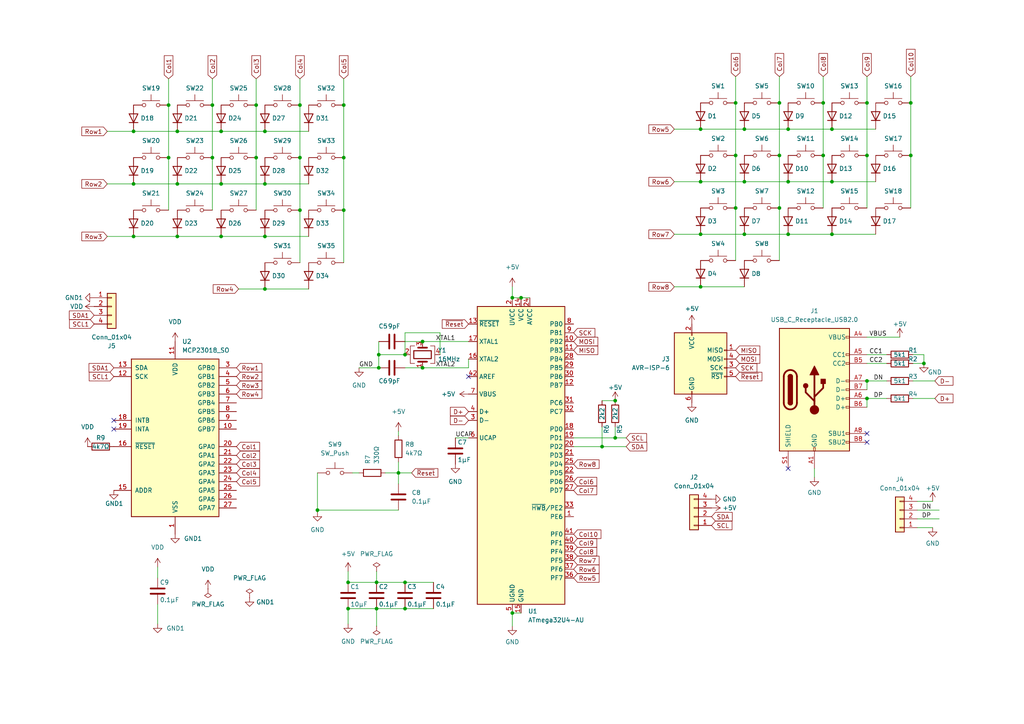
<source format=kicad_sch>
(kicad_sch (version 20211123) (generator eeschema)
  (paper "A4")
  (junction (at 228.6 37.465))
  (junction (at 48.895 45.72))
  (junction (at 92.075 147.955))
  (junction (at 267.97 105.41))
  (junction (at 51.435 38.1))
  (junction (at 178.435 116.205))
  (junction (at 109.855 106.68))
  (junction (at 76.835 83.82))
  (junction (at 61.595 45.72))
  (junction (at 109.22 168.91))
  (junction (at 148.59 86.36))
  (junction (at 264.16 45.085))
  (junction (at 122.555 99.06))
  (junction (at 117.475 176.53))
  (junction (at 38.735 53.34))
  (junction (at 76.835 38.1))
  (junction (at 51.435 68.58))
  (junction (at 203.2 83.185))
  (junction (at 148.59 177.8))
  (junction (at 99.695 60.96))
  (junction (at 117.475 102.87))
  (junction (at 51.435 53.34))
  (junction (at 226.06 45.085))
  (junction (at 241.3 37.465))
  (junction (at 151.13 86.36))
  (junction (at 117.475 168.91))
  (junction (at 241.3 67.945))
  (junction (at 203.2 37.465))
  (junction (at 61.595 30.48))
  (junction (at 76.835 68.58))
  (junction (at 228.6 67.945))
  (junction (at 74.295 45.72))
  (junction (at 86.995 45.72))
  (junction (at 213.36 29.845))
  (junction (at 48.895 30.48))
  (junction (at 251.46 29.845))
  (junction (at 122.555 106.68))
  (junction (at 100.965 168.91))
  (junction (at 38.735 38.1))
  (junction (at 226.06 29.845))
  (junction (at 238.76 29.845))
  (junction (at 178.435 127))
  (junction (at 203.2 67.945))
  (junction (at 64.135 68.58))
  (junction (at 215.9 37.465))
  (junction (at 264.16 29.845))
  (junction (at 74.295 30.48))
  (junction (at 251.46 110.49))
  (junction (at 38.735 68.58))
  (junction (at 86.995 30.48))
  (junction (at 215.9 67.945))
  (junction (at 251.46 115.57))
  (junction (at 251.46 45.085))
  (junction (at 215.9 52.705))
  (junction (at 226.06 60.325))
  (junction (at 228.6 52.705))
  (junction (at 213.36 60.325))
  (junction (at 100.965 176.53))
  (junction (at 86.995 60.96))
  (junction (at 76.835 53.34))
  (junction (at 109.855 102.87))
  (junction (at 64.135 53.34))
  (junction (at 99.695 45.72))
  (junction (at 203.2 52.705))
  (junction (at 109.22 176.53))
  (junction (at 64.135 38.1))
  (junction (at 213.36 45.085))
  (junction (at 238.76 45.085))
  (junction (at 174.625 129.54))
  (junction (at 241.3 52.705))
  (junction (at 99.695 30.48))
  (junction (at 115.57 137.16))
  (no_connect (at 228.6 135.89))
  (no_connect (at 33.02 124.46))
  (no_connect (at 33.02 121.92))
  (no_connect (at 251.46 125.73))
  (no_connect (at 251.46 128.27))
  (no_connect (at 135.89 109.22))
  (wire (pts (xy 109.22 168.91) (xy 117.475 168.91)))
  (wire (pts (xy 174.625 116.205) (xy 178.435 116.205)))
  (wire (pts (xy 109.22 165.735) (xy 109.22 168.91)))
  (wire (pts (xy 51.435 68.58) (xy 64.135 68.58)))
  (wire (pts (xy 151.13 86.36) (xy 153.67 86.36)))
  (wire (pts (xy 195.58 67.945) (xy 203.2 67.945)))
  (wire (pts (xy 251.46 22.225) (xy 251.46 29.845)))
  (wire (pts (xy 31.115 68.58) (xy 38.735 68.58)))
  (wire (pts (xy 226.06 29.845) (xy 226.06 45.085)))
  (wire (pts (xy 86.995 30.48) (xy 86.995 45.72)))
  (wire (pts (xy 64.135 53.34) (xy 76.835 53.34)))
  (wire (pts (xy 99.695 45.72) (xy 99.695 60.96)))
  (wire (pts (xy 228.6 67.945) (xy 241.3 67.945)))
  (wire (pts (xy 45.72 175.26) (xy 45.72 180.975)))
  (wire (pts (xy 61.595 22.86) (xy 61.595 30.48)))
  (wire (pts (xy 115.57 125.095) (xy 115.57 126.365)))
  (wire (pts (xy 102.235 137.16) (xy 104.14 137.16)))
  (wire (pts (xy 213.36 22.225) (xy 213.36 29.845)))
  (wire (pts (xy 178.435 123.825) (xy 178.435 127)))
  (wire (pts (xy 64.135 68.58) (xy 76.835 68.58)))
  (wire (pts (xy 266.065 145.415) (xy 270.51 145.415)))
  (wire (pts (xy 251.46 29.845) (xy 251.46 45.085)))
  (wire (pts (xy 117.475 168.91) (xy 125.73 168.91)))
  (wire (pts (xy 174.625 123.825) (xy 174.625 129.54)))
  (wire (pts (xy 127.635 96.52) (xy 127.635 102.87)))
  (wire (pts (xy 213.36 45.085) (xy 213.36 60.325)))
  (wire (pts (xy 109.855 102.87) (xy 109.855 106.68)))
  (wire (pts (xy 228.6 37.465) (xy 241.3 37.465)))
  (wire (pts (xy 213.36 29.845) (xy 213.36 45.085)))
  (wire (pts (xy 264.16 45.085) (xy 264.16 60.325)))
  (wire (pts (xy 48.895 45.72) (xy 48.895 60.96)))
  (wire (pts (xy 251.46 45.085) (xy 251.46 60.325)))
  (wire (pts (xy 92.075 147.955) (xy 92.075 137.16)))
  (wire (pts (xy 74.295 45.72) (xy 74.295 60.96)))
  (wire (pts (xy 226.06 22.225) (xy 226.06 29.845)))
  (wire (pts (xy 117.475 99.06) (xy 122.555 99.06)))
  (wire (pts (xy 264.16 29.845) (xy 264.16 45.085)))
  (wire (pts (xy 195.58 37.465) (xy 203.2 37.465)))
  (wire (pts (xy 117.475 176.53) (xy 125.73 176.53)))
  (wire (pts (xy 76.835 83.82) (xy 89.535 83.82)))
  (wire (pts (xy 109.855 102.87) (xy 117.475 102.87)))
  (wire (pts (xy 100.965 180.975) (xy 100.965 176.53)))
  (wire (pts (xy 238.76 29.845) (xy 238.76 45.085)))
  (wire (pts (xy 178.435 127) (xy 181.61 127)))
  (wire (pts (xy 251.46 110.49) (xy 257.175 110.49)))
  (wire (pts (xy 69.215 83.82) (xy 76.835 83.82)))
  (wire (pts (xy 215.9 37.465) (xy 228.6 37.465)))
  (wire (pts (xy 174.625 129.54) (xy 181.61 129.54)))
  (wire (pts (xy 132.08 127) (xy 135.89 127)))
  (wire (pts (xy 195.58 83.185) (xy 203.2 83.185)))
  (wire (pts (xy 203.2 37.465) (xy 215.9 37.465)))
  (wire (pts (xy 251.46 102.87) (xy 257.175 102.87)))
  (wire (pts (xy 117.475 96.52) (xy 127.635 96.52)))
  (wire (pts (xy 257.175 105.41) (xy 251.46 105.41)))
  (wire (pts (xy 215.9 67.945) (xy 228.6 67.945)))
  (wire (pts (xy 48.895 22.86) (xy 48.895 30.48)))
  (wire (pts (xy 122.555 106.68) (xy 135.89 106.68)))
  (wire (pts (xy 264.795 102.87) (xy 267.97 102.87)))
  (wire (pts (xy 264.16 22.225) (xy 264.16 29.845)))
  (wire (pts (xy 117.475 106.68) (xy 122.555 106.68)))
  (wire (pts (xy 241.3 37.465) (xy 254 37.465)))
  (wire (pts (xy 203.2 83.185) (xy 215.9 83.185)))
  (wire (pts (xy 236.22 138.43) (xy 236.22 135.89)))
  (wire (pts (xy 213.36 60.325) (xy 213.36 75.565)))
  (wire (pts (xy 148.59 177.8) (xy 151.13 177.8)))
  (wire (pts (xy 74.295 22.86) (xy 74.295 30.48)))
  (wire (pts (xy 135.89 106.68) (xy 135.89 104.14)))
  (wire (pts (xy 264.795 105.41) (xy 267.97 105.41)))
  (wire (pts (xy 100.965 176.53) (xy 109.22 176.53)))
  (wire (pts (xy 31.115 53.34) (xy 38.735 53.34)))
  (wire (pts (xy 51.435 38.1) (xy 64.135 38.1)))
  (wire (pts (xy 48.895 30.48) (xy 48.895 45.72)))
  (wire (pts (xy 45.72 164.465) (xy 45.72 167.64)))
  (wire (pts (xy 148.59 83.185) (xy 148.59 86.36)))
  (wire (pts (xy 203.2 52.705) (xy 215.9 52.705)))
  (wire (pts (xy 122.555 99.06) (xy 135.89 99.06)))
  (wire (pts (xy 251.46 115.57) (xy 251.46 118.11)))
  (wire (pts (xy 226.06 60.325) (xy 226.06 75.565)))
  (wire (pts (xy 241.3 67.945) (xy 254 67.945)))
  (wire (pts (xy 99.695 30.48) (xy 99.695 45.72)))
  (wire (pts (xy 109.855 99.06) (xy 109.855 102.87)))
  (wire (pts (xy 86.995 45.72) (xy 86.995 60.96)))
  (wire (pts (xy 99.695 60.96) (xy 99.695 76.2)))
  (wire (pts (xy 111.76 137.16) (xy 115.57 137.16)))
  (wire (pts (xy 115.57 137.16) (xy 115.57 140.335)))
  (wire (pts (xy 266.065 147.955) (xy 272.415 147.955)))
  (wire (pts (xy 31.115 38.1) (xy 38.735 38.1)))
  (wire (pts (xy 92.075 148.59) (xy 92.075 147.955)))
  (wire (pts (xy 86.995 60.96) (xy 86.995 76.2)))
  (wire (pts (xy 166.37 129.54) (xy 174.625 129.54)))
  (wire (pts (xy 148.59 86.36) (xy 151.13 86.36)))
  (wire (pts (xy 266.065 153.035) (xy 270.51 153.035)))
  (wire (pts (xy 271.145 115.57) (xy 264.795 115.57)))
  (wire (pts (xy 203.2 67.945) (xy 215.9 67.945)))
  (wire (pts (xy 166.37 127) (xy 178.435 127)))
  (wire (pts (xy 195.58 52.705) (xy 203.2 52.705)))
  (wire (pts (xy 61.595 30.48) (xy 61.595 45.72)))
  (wire (pts (xy 100.965 165.735) (xy 100.965 168.91)))
  (wire (pts (xy 251.46 115.57) (xy 257.175 115.57)))
  (wire (pts (xy 260.985 97.79) (xy 251.46 97.79)))
  (wire (pts (xy 148.59 177.8) (xy 148.59 181.61)))
  (wire (pts (xy 251.46 110.49) (xy 251.46 113.03)))
  (wire (pts (xy 104.14 106.68) (xy 109.855 106.68)))
  (wire (pts (xy 109.22 176.53) (xy 117.475 176.53)))
  (wire (pts (xy 271.145 110.49) (xy 264.795 110.49)))
  (wire (pts (xy 76.835 68.58) (xy 89.535 68.58)))
  (wire (pts (xy 226.06 45.085) (xy 226.06 60.325)))
  (wire (pts (xy 86.995 22.86) (xy 86.995 30.48)))
  (wire (pts (xy 64.135 38.1) (xy 76.835 38.1)))
  (wire (pts (xy 92.075 147.955) (xy 115.57 147.955)))
  (wire (pts (xy 38.735 68.58) (xy 51.435 68.58)))
  (wire (pts (xy 74.295 30.48) (xy 74.295 45.72)))
  (wire (pts (xy 266.065 150.495) (xy 272.415 150.495)))
  (wire (pts (xy 238.76 22.225) (xy 238.76 29.845)))
  (wire (pts (xy 61.595 45.72) (xy 61.595 60.96)))
  (wire (pts (xy 51.435 53.34) (xy 64.135 53.34)))
  (wire (pts (xy 238.76 45.085) (xy 238.76 60.325)))
  (wire (pts (xy 115.57 133.985) (xy 115.57 137.16)))
  (wire (pts (xy 76.835 53.34) (xy 89.535 53.34)))
  (wire (pts (xy 38.735 38.1) (xy 51.435 38.1)))
  (wire (pts (xy 115.57 137.16) (xy 119.38 137.16)))
  (wire (pts (xy 99.695 22.86) (xy 99.695 30.48)))
  (wire (pts (xy 100.965 168.91) (xy 109.22 168.91)))
  (wire (pts (xy 109.22 176.53) (xy 109.22 181.61)))
  (wire (pts (xy 228.6 52.705) (xy 241.3 52.705)))
  (wire (pts (xy 215.9 52.705) (xy 228.6 52.705)))
  (wire (pts (xy 241.3 52.705) (xy 254 52.705)))
  (wire (pts (xy 117.475 96.52) (xy 117.475 102.87)))
  (wire (pts (xy 267.97 102.87) (xy 267.97 105.41)))
  (wire (pts (xy 38.735 53.34) (xy 51.435 53.34)))
  (wire (pts (xy 76.835 38.1) (xy 89.535 38.1)))
  (label "UCAP" (at 132.08 127 0))
  (label "DP" (at 267.335 150.495 0))
  (label "DN" (at 253.365 110.49 0))
  (label "XTAL1" (at 126.365 99.06 0))
  (label "CC1" (at 252.095 102.87 0))
  (label "DN" (at 267.335 147.955 0))
  (label "VBUS" (at 252.095 97.79 0))
  (label "CC2" (at 252.095 105.41 0))
  (label "DP" (at 253.365 115.57 0))
  (label "XTAL2" (at 126.365 106.68 0))
  (label "GND" (at 104.14 106.68 0))
  (global_label "Col9" (shape input) (at 251.46 22.225 90) (property "Intersheet References" "${INTERSHEET_REFS}" (effects hide)))
  (global_label "D+" (shape input) (at 135.89 119.38 180) (property "Intersheet References" "${INTERSHEET_REFS}" (effects hide)))
  (global_label "Row4" (shape input) (at 68.58 114.3 0) (property "Intersheet References" "${INTERSHEET_REFS}" (effects hide)))
  (global_label "Col4" (shape input) (at 86.995 22.86 90) (property "Intersheet References" "${INTERSHEET_REFS}" (effects hide)))
  (global_label "MISO" (shape input) (at 166.37 101.6 0) (property "Intersheet References" "${INTERSHEET_REFS}" (effects hide)))
  (global_label "Col9" (shape input) (at 166.37 157.48 0) (property "Intersheet References" "${INTERSHEET_REFS}" (effects hide)))
  (global_label "Row1" (shape input) (at 31.115 38.1 180) (property "Intersheet References" "${INTERSHEET_REFS}" (effects hide)))
  (global_label "SDA1" (shape input) (at 33.02 106.68 180) (property "Intersheet References" "${INTERSHEET_REFS}" (effects hide)))
  (global_label "Col2" (shape input) (at 68.58 132.08 0) (property "Intersheet References" "${INTERSHEET_REFS}" (effects hide)))
  (global_label "~{Reset}" (shape input) (at 135.89 93.98 180) (property "Intersheet References" "${INTERSHEET_REFS}" (effects hide)))
  (global_label "Col3" (shape input) (at 68.58 134.62 0) (property "Intersheet References" "${INTERSHEET_REFS}" (effects hide)))
  (global_label "Col3" (shape input) (at 74.295 22.86 90) (property "Intersheet References" "${INTERSHEET_REFS}" (effects hide)))
  (global_label "~{Reset}" (shape input) (at 213.36 109.22 0) (property "Intersheet References" "${INTERSHEET_REFS}" (effects hide)))
  (global_label "SCK" (shape input) (at 166.37 96.52 0) (property "Intersheet References" "${INTERSHEET_REFS}" (effects hide)))
  (global_label "Col5" (shape input) (at 99.695 22.86 90) (property "Intersheet References" "${INTERSHEET_REFS}" (effects hide)))
  (global_label "SCL" (shape input) (at 181.61 127 0) (property "Intersheet References" "${INTERSHEET_REFS}" (effects hide)))
  (global_label "SCK" (shape input) (at 213.36 106.68 0) (property "Intersheet References" "${INTERSHEET_REFS}" (effects hide)))
  (global_label "Row4" (shape input) (at 69.215 83.82 180) (property "Intersheet References" "${INTERSHEET_REFS}" (effects hide)))
  (global_label "Row7" (shape input) (at 166.37 162.56 0) (property "Intersheet References" "${INTERSHEET_REFS}" (effects hide)))
  (global_label "Row5" (shape input) (at 195.58 37.465 180) (property "Intersheet References" "${INTERSHEET_REFS}" (effects hide)))
  (global_label "SDA" (shape input) (at 181.61 129.54 0) (property "Intersheet References" "${INTERSHEET_REFS}" (effects hide)))
  (global_label "Col10" (shape input) (at 264.16 22.225 90) (property "Intersheet References" "${INTERSHEET_REFS}" (effects hide)))
  (global_label "MISO" (shape input) (at 213.36 101.6 0) (property "Intersheet References" "${INTERSHEET_REFS}" (effects hide)))
  (global_label "SCL1" (shape input) (at 27.305 93.98 180) (property "Intersheet References" "${INTERSHEET_REFS}" (effects hide)))
  (global_label "Row2" (shape input) (at 31.115 53.34 180) (property "Intersheet References" "${INTERSHEET_REFS}" (effects hide)))
  (global_label "Row1" (shape input) (at 68.58 106.68 0) (property "Intersheet References" "${INTERSHEET_REFS}" (effects hide)))
  (global_label "Row5" (shape input) (at 166.37 167.64 0) (property "Intersheet References" "${INTERSHEET_REFS}" (effects hide)))
  (global_label "Col7" (shape input) (at 166.37 142.24 0) (property "Intersheet References" "${INTERSHEET_REFS}" (effects hide)))
  (global_label "D-" (shape input) (at 271.145 110.49 0) (property "Intersheet References" "${INTERSHEET_REFS}" (effects hide)))
  (global_label "Row6" (shape input) (at 166.37 165.1 0) (property "Intersheet References" "${INTERSHEET_REFS}" (effects hide)))
  (global_label "Row8" (shape input) (at 195.58 83.185 180) (property "Intersheet References" "${INTERSHEET_REFS}" (effects hide)))
  (global_label "SCL1" (shape input) (at 33.02 109.22 180) (property "Intersheet References" "${INTERSHEET_REFS}" (effects hide)))
  (global_label "~{Reset}" (shape input) (at 119.38 137.16 0) (property "Intersheet References" "${INTERSHEET_REFS}" (effects hide)))
  (global_label "Row2" (shape input) (at 68.58 109.22 0) (property "Intersheet References" "${INTERSHEET_REFS}" (effects hide)))
  (global_label "MOSI" (shape input) (at 166.37 99.06 0) (property "Intersheet References" "${INTERSHEET_REFS}" (effects hide)))
  (global_label "Col1" (shape input) (at 68.58 129.54 0) (property "Intersheet References" "${INTERSHEET_REFS}" (effects hide)))
  (global_label "Col2" (shape input) (at 61.595 22.86 90) (property "Intersheet References" "${INTERSHEET_REFS}" (effects hide)))
  (global_label "D-" (shape input) (at 135.89 121.92 180) (property "Intersheet References" "${INTERSHEET_REFS}" (effects hide)))
  (global_label "Row7" (shape input) (at 195.58 67.945 180) (property "Intersheet References" "${INTERSHEET_REFS}" (effects hide)))
  (global_label "Col8" (shape input) (at 166.37 160.02 0) (property "Intersheet References" "${INTERSHEET_REFS}" (effects hide)))
  (global_label "Col6" (shape input) (at 166.37 139.7 0) (property "Intersheet References" "${INTERSHEET_REFS}" (effects hide)))
  (global_label "Row8" (shape input) (at 166.37 134.62 0) (property "Intersheet References" "${INTERSHEET_REFS}" (effects hide)))
  (global_label "Col8" (shape input) (at 238.76 22.225 90) (property "Intersheet References" "${INTERSHEET_REFS}" (effects hide)))
  (global_label "Col5" (shape input) (at 68.58 139.7 0) (property "Intersheet References" "${INTERSHEET_REFS}" (effects hide)))
  (global_label "Col6" (shape input) (at 213.36 22.225 90) (property "Intersheet References" "${INTERSHEET_REFS}" (effects hide)))
  (global_label "D+" (shape input) (at 271.145 115.57 0) (property "Intersheet References" "${INTERSHEET_REFS}" (effects hide)))
  (global_label "Col7" (shape input) (at 226.06 22.225 90) (property "Intersheet References" "${INTERSHEET_REFS}" (effects hide)))
  (global_label "Col10" (shape input) (at 166.37 154.94 0) (property "Intersheet References" "${INTERSHEET_REFS}" (effects hide)))
  (global_label "Row3" (shape input) (at 68.58 111.76 0) (property "Intersheet References" "${INTERSHEET_REFS}" (effects hide)))
  (global_label "Col1" (shape input) (at 48.895 22.86 90) (property "Intersheet References" "${INTERSHEET_REFS}" (effects hide)))
  (global_label "SDA1" (shape input) (at 27.305 91.44 180) (property "Intersheet References" "${INTERSHEET_REFS}" (effects hide)))
  (global_label "Row6" (shape input) (at 195.58 52.705 180) (property "Intersheet References" "${INTERSHEET_REFS}" (effects hide)))
  (global_label "SCL" (shape input) (at 206.375 152.4 0) (property "Intersheet References" "${INTERSHEET_REFS}" (effects hide)))
  (global_label "Col4" (shape input) (at 68.58 137.16 0) (property "Intersheet References" "${INTERSHEET_REFS}" (effects hide)))
  (global_label "Row3" (shape input) (at 31.115 68.58 180) (property "Intersheet References" "${INTERSHEET_REFS}" (effects hide)))
  (global_label "MOSI" (shape input) (at 213.36 104.14 0) (property "Intersheet References" "${INTERSHEET_REFS}" (effects hide)))
  (global_label "SDA" (shape input) (at 206.375 149.86 0) (property "Intersheet References" "${INTERSHEET_REFS}" (effects hide)))
  (symbol (lib_id "Device:D") (at 38.735 34.29 90) (unit 1)
    (property "Reference" "D18" (at 40.767 34.29 90) (effects (justify right)))
    (property "Value" "1N4148" (effects hide))
    (property "Footprint" "Keyboard_Foostan:D3_SMD_v2" (effects hide))
    (property "Datasheet" "https://datasheet.lcsc.com/lcsc/1811061725_ST-Semtech-1N4148W_C81598.pdf" (effects hide))
    (property "LCSC" "C81598" (effects hide))
  )
  (symbol (lib_id "Device:D") (at 215.9 64.135 90) (unit 1)
    (property "Reference" "D7" (at 217.932 64.135 90) (effects (justify right)))
    (property "Value" "1N4148" (effects hide))
    (property "Footprint" "Keyboard_Foostan:D3_SMD_v2" (effects hide))
    (property "LCSC" "C81598" (effects hide))
  )
  (symbol (lib_id "power:GND") (at 100.965 180.975 0) (unit 1)
    (property "Reference" "#PWR02" (effects hide))
    (property "Value" "GND" (at 100.965 186.055 0))
  )
  (symbol (lib_id "Switch:SW_Push") (at 81.915 30.48 0) (unit 1)
    (property "Reference" "SW28" (at 81.915 25.5778 0))
    (property "Value" "SW_Push" (effects hide))
    (property "Footprint" "Keyboard_JSA:MX_Hotswap_Choc_Solder" (effects hide))
  )
  (symbol (lib_id "Switch:SW_Push") (at 94.615 76.2 0) (unit 1)
    (property "Reference" "SW35" (at 94.615 71.2978 0))
    (property "Value" "SW_Push" (effects hide))
    (property "Footprint" "Keyboard_JSA:MX_Hotswap_Choc_Solder" (effects hide))
  )
  (symbol (lib_id "Device:R") (at 178.435 120.015 180) (unit 1)
    (property "Reference" "R6" (at 175.895 124.46 90))
    (property "Value" "2k2" (at 178.435 120.015 90))
    (property "Footprint" "Resistor_SMD:R_0402_1005Metric_Pad0.72x0.64mm_HandSolder" (effects hide))
  )
  (symbol (lib_id "Switch:SW_Push") (at 94.615 60.96 0) (unit 1)
    (property "Reference" "SW34" (at 94.615 56.0578 0))
    (property "Value" "SW_Push" (effects hide))
    (property "Footprint" "Keyboard_JSA:MX_Hotswap_Choc_Solder" (effects hide))
  )
  (symbol (lib_id "power:+5V") (at 135.89 114.3 90) (unit 1)
    (property "Reference" "#PWR08" (effects hide))
    (property "Value" "+5V" (at 132.08 114.2999 90) (effects (justify left)))
  )
  (symbol (lib_id "Device:R") (at 260.985 115.57 90) (unit 1)
    (property "Reference" "R4" (at 264.795 114.3 90))
    (property "Value" "5k1" (at 260.985 115.57 90))
    (property "Footprint" "Resistor_SMD:R_0402_1005Metric_Pad0.72x0.64mm_HandSolder" (effects hide))
  )
  (symbol (lib_id "Switch:SW_Push") (at 208.28 60.325 0) (unit 1)
    (property "Reference" "SW3" (at 208.28 55.4228 0))
    (property "Value" "SW_Push" (effects hide))
    (property "Footprint" "Keyboard_JSA:MX_Hotswap_Choc_Solder" (effects hide))
  )
  (symbol (lib_id "Switch:SW_Push") (at 246.38 29.845 0) (unit 1)
    (property "Reference" "SW13" (at 246.38 24.9428 0))
    (property "Value" "SW_Push" (effects hide))
    (property "Footprint" "Keyboard_JSA:MX_Hotswap_Choc_Solder" (effects hide))
  )
  (symbol (lib_id "Switch:SW_Push") (at 94.615 45.72 0) (unit 1)
    (property "Reference" "SW33" (at 94.615 40.8178 0))
    (property "Value" "SW_Push" (effects hide))
    (property "Footprint" "Keyboard_JSA:MX_Hotswap_Choc_Solder" (effects hide))
  )
  (symbol (lib_id "Switch:SW_Push") (at 81.915 60.96 0) (unit 1)
    (property "Reference" "SW30" (at 81.915 56.0578 0))
    (property "Value" "SW_Push" (effects hide))
    (property "Footprint" "Keyboard_JSA:MX_Hotswap_Choc_Solder" (effects hide))
  )
  (symbol (lib_id "Device:D") (at 64.135 49.53 90) (unit 1)
    (property "Reference" "D25" (at 66.167 49.53 90) (effects (justify right)))
    (property "Value" "1N4148" (effects hide))
    (property "Footprint" "Keyboard_Foostan:D3_SMD_v2" (effects hide))
    (property "LCSC" "C81598" (effects hide))
  )
  (symbol (lib_id "Switch:SW_Push") (at 233.68 45.085 0) (unit 1)
    (property "Reference" "SW11" (at 233.68 40.1828 0))
    (property "Value" "SW_Push" (effects hide))
    (property "Footprint" "Keyboard_JSA:MX_Hotswap_Choc_Solder" (effects hide))
  )
  (symbol (lib_id "power:GND") (at 267.97 105.41 0) (unit 1)
    (property "Reference" "#PWR06" (effects hide))
    (property "Value" "GND" (at 271.145 107.95 0))
  )
  (symbol (lib_id "Switch:SW_Push") (at 56.515 60.96 0) (unit 1)
    (property "Reference" "SW24" (at 56.515 56.0578 0))
    (property "Value" "SW_Push" (effects hide))
    (property "Footprint" "Keyboard_JSA:MX_Hotswap_Choc_Solder" (effects hide))
  )
  (symbol (lib_id "Connector_Generic:Conn_01x04") (at 201.295 149.86 180) (unit 1)
    (property "Reference" "J2" (at 201.295 138.43 0))
    (property "Value" "Conn_01x04" (at 201.295 140.97 0))
    (property "Footprint" "Connector_JST:JST_PH_S4B-PH-K_1x04_P2.00mm_Horizontal" (effects hide))
    (property "Datasheet" "https://datasheet.lcsc.com/lcsc/1810261108_JST-Sales-America-S4B-PH-K-LF-SN_C265452.pdf" (effects hide))
    (property "LCSC" "C265452" (effects hide))
  )
  (symbol (lib_id "Device:D") (at 241.3 48.895 90) (unit 1)
    (property "Reference" "D13" (at 243.332 48.895 90) (effects (justify right)))
    (property "Value" "1N4148" (effects hide))
    (property "Footprint" "Keyboard_Foostan:D3_SMD_v2" (effects hide))
    (property "LCSC" "C81598" (effects hide))
  )
  (symbol (lib_id "Device:D") (at 51.435 64.77 90) (unit 1)
    (property "Reference" "D23" (at 53.467 64.77 90) (effects (justify right)))
    (property "Value" "1N4148" (effects hide))
    (property "Footprint" "Keyboard_Foostan:D3_SMD_v2" (effects hide))
    (property "LCSC" "C81598" (effects hide))
  )
  (symbol (lib_id "Connector_Generic:Conn_01x04") (at 260.985 150.495 180) (unit 1)
    (property "Reference" "J4" (at 260.985 139.065 0))
    (property "Value" "Conn_01x04" (at 260.985 141.605 0))
    (property "Footprint" "Keyboard_JSA:USB wire pad" (effects hide))
  )
  (symbol (lib_id "Device:D") (at 203.2 33.655 90) (unit 1)
    (property "Reference" "D1" (at 205.232 33.655 90) (effects (justify right)))
    (property "Value" "1N4148" (effects hide))
    (property "Footprint" "Keyboard_Foostan:D3_SMD_v2" (effects hide))
    (property "Datasheet" "https://datasheet.lcsc.com/lcsc/1811061725_ST-Semtech-1N4148W_C81598.pdf" (effects hide))
    (property "LCSC" "C81598" (effects hide))
  )
  (symbol (lib_id "power:VDD") (at 25.4 129.54 0) (unit 1)
    (property "Reference" "#PWR0104" (effects hide))
    (property "Value" "VDD" (at 25.4 123.825 0))
  )
  (symbol (lib_id "Device:D") (at 76.835 34.29 90) (unit 1)
    (property "Reference" "D27" (at 78.867 34.29 90) (effects (justify right)))
    (property "Value" "1N4148" (effects hide))
    (property "Footprint" "Keyboard_Foostan:D3_SMD_v2" (effects hide))
    (property "LCSC" "C81598" (effects hide))
  )
  (symbol (lib_id "Device:C") (at 109.22 172.72 0) (unit 1)
    (property "Reference" "C2" (at 109.855 170.18 0) (effects (justify left)))
    (property "Value" "0.1µF" (at 109.855 175.26 0) (effects (justify left)))
    (property "Footprint" "Capacitor_SMD:C_0402_1005Metric_Pad0.74x0.62mm_HandSolder" (effects hide))
  )
  (symbol (lib_id "Device:D") (at 203.2 48.895 90) (unit 1)
    (property "Reference" "D2" (at 205.232 48.895 90) (effects (justify right)))
    (property "Value" "1N4148" (effects hide))
    (property "Footprint" "Keyboard_Foostan:D3_SMD_v2" (effects hide))
    (property "LCSC" "C81598" (effects hide))
  )
  (symbol (lib_id "Switch:SW_Push") (at 259.08 45.085 0) (unit 1)
    (property "Reference" "SW17" (at 259.08 40.1828 0))
    (property "Value" "SW_Push" (effects hide))
    (property "Footprint" "Keyboard_JSA:MX_Hotswap_Choc_Solder" (effects hide))
  )
  (symbol (lib_id "power:+5V") (at 260.985 97.79 0) (unit 1)
    (property "Reference" "#PWR05" (effects hide))
    (property "Value" "+5V" (at 260.985 93.98 0))
  )
  (symbol (lib_id "Device:D") (at 76.835 80.01 90) (unit 1)
    (property "Reference" "D30" (at 78.867 80.01 90) (effects (justify right)))
    (property "Value" "1N4148" (effects hide))
    (property "Footprint" "Keyboard_Foostan:D3_SMD_v2" (effects hide))
    (property "LCSC" "C81598" (effects hide))
  )
  (symbol (lib_id "power:+5V") (at 100.965 165.735 0) (unit 1)
    (property "Reference" "#PWR01" (effects hide))
    (property "Value" "+5V" (at 100.965 160.655 0))
  )
  (symbol (lib_id "Switch:SW_Push") (at 246.38 60.325 0) (unit 1)
    (property "Reference" "SW15" (at 246.38 55.4228 0))
    (property "Value" "SW_Push" (effects hide))
    (property "Footprint" "Keyboard_JSA:MX_Hotswap_Choc_Solder" (effects hide))
  )
  (symbol (lib_id "Device:R") (at 260.985 102.87 90) (unit 1)
    (property "Reference" "R1" (at 264.795 101.6 90))
    (property "Value" "5k1" (at 260.985 102.87 90))
    (property "Footprint" "Resistor_SMD:R_0402_1005Metric_Pad0.72x0.64mm_HandSolder" (effects hide))
  )
  (symbol (lib_id "Connector:USB_C_Receptacle_USB2.0") (at 236.22 113.03 0) (unit 1)
    (property "Reference" "J1" (at 236.22 90.17 0))
    (property "Value" "USB_C_Receptacle_USB2.0" (at 236.22 92.71 0))
    (property "Footprint" "Connector_USB:USB_C_Receptacle_HRO_TYPE-C-31-M-12" (effects hide))
    (property "Datasheet" "https://www.usb.org/sites/default/files/documents/usb_type-c.zip" (effects hide))
    (property "LCSC" "C165948" (effects hide))
  )
  (symbol (lib_id "power:PWR_FLAG") (at 109.22 181.61 180) (unit 1)
    (property "Reference" "#FLG02" (effects hide))
    (property "Value" "PWR_FLAG" (at 109.22 186.055 0))
  )
  (symbol (lib_id "Device:D") (at 89.535 34.29 90) (unit 1)
    (property "Reference" "D31" (at 91.567 34.29 90) (effects (justify right)))
    (property "Value" "1N4148" (effects hide))
    (property "Footprint" "Keyboard_Foostan:D3_SMD_v2" (effects hide))
    (property "LCSC" "C81598" (effects hide))
  )
  (symbol (lib_id "Switch:SW_Push") (at 43.815 45.72 0) (unit 1)
    (property "Reference" "SW20" (at 43.815 40.8178 0))
    (property "Value" "SW_Push" (effects hide))
    (property "Footprint" "Keyboard_JSA:MX_Hotswap_Choc_Solder" (effects hide))
  )
  (symbol (lib_id "Switch:SW_Push") (at 81.915 76.2 0) (unit 1)
    (property "Reference" "SW31" (at 81.915 71.2978 0))
    (property "Value" "SW_Push" (effects hide))
    (property "Footprint" "Keyboard_JSA:MX_Hotswap_Choc_Solder" (effects hide))
  )
  (symbol (lib_id "Switch:SW_Push") (at 220.98 29.845 0) (unit 1)
    (property "Reference" "SW5" (at 220.98 24.9428 0))
    (property "Value" "SW_Push" (effects hide))
    (property "Footprint" "Keyboard_JSA:MX_Hotswap_Choc_Solder" (effects hide))
  )
  (symbol (lib_id "Switch:SW_Push") (at 246.38 45.085 0) (unit 1)
    (property "Reference" "SW14" (at 246.38 40.1828 0))
    (property "Value" "SW_Push" (effects hide))
    (property "Footprint" "Keyboard_JSA:MX_Hotswap_Choc_Solder" (effects hide))
  )
  (symbol (lib_id "Switch:SW_Push") (at 69.215 45.72 0) (unit 1)
    (property "Reference" "SW26" (at 69.215 40.8178 0))
    (property "Value" "SW_Push" (effects hide))
    (property "Footprint" "Keyboard_JSA:MX_Hotswap_Choc_Solder" (effects hide))
  )
  (symbol (lib_id "Switch:SW_Push") (at 97.155 137.16 0) (unit 1)
    (property "Reference" "SW9" (at 97.155 128.905 0))
    (property "Value" "SW_Push" (at 97.155 131.445 0))
    (property "Footprint" "Button_Switch_SMD:SW_SPST_SKQG_WithStem" (effects hide))
  )
  (symbol (lib_id "power:GND") (at 206.375 144.78 90) (unit 1)
    (property "Reference" "#PWR015" (effects hide))
    (property "Value" "GND" (at 209.55 144.7799 90) (effects (justify right)))
  )
  (symbol (lib_id "Device:D") (at 215.9 48.895 90) (unit 1)
    (property "Reference" "D6" (at 217.932 48.895 90) (effects (justify right)))
    (property "Value" "1N4148" (effects hide))
    (property "Footprint" "Keyboard_Foostan:D3_SMD_v2" (effects hide))
    (property "LCSC" "C81598" (effects hide))
  )
  (symbol (lib_id "Switch:SW_Push") (at 56.515 30.48 0) (unit 1)
    (property "Reference" "SW22" (at 56.515 25.5778 0))
    (property "Value" "SW_Push" (effects hide))
    (property "Footprint" "Keyboard_JSA:MX_Hotswap_Choc_Solder" (effects hide))
  )
  (symbol (lib_id "power:GND1") (at 72.39 173.355 0) (unit 1)
    (property "Reference" "#PWR0109" (effects hide))
    (property "Value" "GND1" (at 74.295 174.6249 0) (effects (justify left)))
  )
  (symbol (lib_id "power:VDD") (at 45.72 164.465 0) (unit 1)
    (property "Reference" "#PWR0110" (effects hide))
    (property "Value" "VDD" (at 45.72 158.75 0))
  )
  (symbol (lib_id "Switch:SW_Push") (at 94.615 30.48 0) (unit 1)
    (property "Reference" "SW32" (at 94.615 25.5778 0))
    (property "Value" "SW_Push" (effects hide))
    (property "Footprint" "Keyboard_JSA:MX_Hotswap_Choc_Solder" (effects hide))
  )
  (symbol (lib_id "Switch:SW_Push") (at 220.98 75.565 0) (unit 1)
    (property "Reference" "SW8" (at 220.98 70.6628 0))
    (property "Value" "SW_Push" (effects hide))
    (property "Footprint" "Keyboard_JSA:MX_Hotswap_Choc_Solder" (effects hide))
  )
  (symbol (lib_id "power:VDD") (at 50.8 99.06 0) (unit 1)
    (property "Reference" "#PWR0103" (effects hide))
    (property "Value" "VDD" (at 50.8 93.345 0))
  )
  (symbol (lib_id "Device:D") (at 89.535 80.01 90) (unit 1)
    (property "Reference" "D34" (at 91.567 80.01 90) (effects (justify right)))
    (property "Value" "1N4148" (effects hide))
    (property "Footprint" "Keyboard_Foostan:D3_SMD_v2" (effects hide))
    (property "LCSC" "C81598" (effects hide))
  )
  (symbol (lib_id "Connector:AVR-ISP-6") (at 203.2 106.68 0) (unit 1)
    (property "Reference" "J3" (at 194.31 104.1399 0) (effects (justify right)))
    (property "Value" "AVR-ISP-6" (at 194.31 106.6799 0) (effects (justify right)))
    (property "Footprint" "Connector_PinHeader_2.54mm:PinHeader_2x03_P2.54mm_Vertical" (effects hide))
    (property "Datasheet" " ~" (effects hide))
  )
  (symbol (lib_id "power:GND") (at 148.59 181.61 0) (unit 1)
    (property "Reference" "#PWR010" (effects hide))
    (property "Value" "GND" (at 148.59 186.182 0))
  )
  (symbol (lib_id "Device:R") (at 29.21 129.54 90) (unit 1)
    (property "Reference" "R9" (at 29.21 127 90))
    (property "Value" "4k7Ω" (at 29.21 129.54 90))
    (property "Footprint" "Resistor_SMD:R_0402_1005Metric_Pad0.72x0.64mm_HandSolder" (effects hide))
  )
  (symbol (lib_id "power:+5V") (at 270.51 145.415 0) (unit 1)
    (property "Reference" "#PWR0102" (effects hide))
    (property "Value" "+5V" (at 270.51 141.605 0))
  )
  (symbol (lib_id "MCU_Microchip_ATmega:ATmega32U4-A") (at 151.13 132.08 0) (unit 1)
    (property "Reference" "U1" (at 153.1494 177.292 0) (effects (justify left)))
    (property "Value" "ATmega32U4-AU" (at 153.1494 179.832 0) (effects (justify left)))
    (property "Footprint" "Package_QFP:TQFP-44_10x10mm_P0.8mm" (effects hide))
    (property "Datasheet" "http://ww1.microchip.com/downloads/en/DeviceDoc/Atmel-7766-8-bit-AVR-ATmega16U4-32U4_Datasheet.pdf" (effects hide))
  )
  (symbol (lib_id "Switch:SW_Push") (at 208.28 29.845 0) (unit 1)
    (property "Reference" "SW1" (at 208.28 24.9428 0))
    (property "Value" "SW_Push" (effects hide))
    (property "Footprint" "Keyboard_JSA:MX_Hotswap_Choc_Solder" (effects hide))
  )
  (symbol (lib_id "power:+5V") (at 206.375 147.32 270) (unit 1)
    (property "Reference" "#PWR016" (effects hide))
    (property "Value" "+5V" (at 209.55 147.3199 90) (effects (justify left)))
  )
  (symbol (lib_id "Switch:SW_Push") (at 43.815 60.96 0) (unit 1)
    (property "Reference" "SW21" (at 43.815 56.0578 0))
    (property "Value" "SW_Push" (effects hide))
    (property "Footprint" "Keyboard_JSA:MX_Hotswap_Choc_Solder" (effects hide))
  )
  (symbol (lib_id "Switch:SW_Push") (at 208.28 45.085 0) (unit 1)
    (property "Reference" "SW2" (at 208.28 40.1828 0))
    (property "Value" "SW_Push" (effects hide))
    (property "Footprint" "Keyboard_JSA:MX_Hotswap_Choc_Solder" (effects hide))
  )
  (symbol (lib_id "power:PWR_FLAG") (at 60.325 170.815 180) (unit 1)
    (property "Reference" "#FLG0101" (effects hide))
    (property "Value" "PWR_FLAG" (at 60.325 175.26 0))
  )
  (symbol (lib_id "power:+5V") (at 200.66 93.98 0) (unit 1)
    (property "Reference" "#PWR013" (effects hide))
    (property "Value" "+5V" (at 200.66 89.535 0))
  )
  (symbol (lib_id "Device:C") (at 100.965 172.72 0) (unit 1)
    (property "Reference" "C1" (at 101.6 170.18 0) (effects (justify left)))
    (property "Value" "10µF" (at 101.6 175.26 0) (effects (justify left)))
    (property "Footprint" "Capacitor_SMD:C_0603_1608Metric_Pad1.08x0.95mm_HandSolder" (effects hide))
  )
  (symbol (lib_id "power:PWR_FLAG") (at 72.39 173.355 0) (unit 1)
    (property "Reference" "#FLG0102" (effects hide))
    (property "Value" "PWR_FLAG" (at 72.39 167.64 0))
  )
  (symbol (lib_id "Device:C") (at 113.665 106.68 90) (unit 1)
    (property "Reference" "C6" (at 111.125 110.49 90))
    (property "Value" "9pF" (at 114.3 110.49 90))
    (property "Footprint" "Capacitor_SMD:C_0402_1005Metric_Pad0.74x0.62mm_HandSolder" (effects hide))
  )
  (symbol (lib_id "Device:Crystal_GND24") (at 122.555 102.87 90) (unit 1)
    (property "Reference" "Y1" (at 127 101.5999 90) (effects (justify right)))
    (property "Value" "16MHz" (at 127 104.1399 90) (effects (justify right)))
    (property "Footprint" "Crystal:Crystal_SMD_3225-4Pin_3.2x2.5mm" (effects hide))
    (property "LCSC" "C13738" (effects hide))
  )
  (symbol (lib_id "Device:D") (at 228.6 64.135 90) (unit 1)
    (property "Reference" "D11" (at 230.632 64.135 90) (effects (justify right)))
    (property "Value" "1N4148" (effects hide))
    (property "Footprint" "Keyboard_Foostan:D3_SMD_v2" (effects hide))
    (property "LCSC" "C81598" (effects hide))
  )
  (symbol (lib_id "Device:D") (at 254 48.895 90) (unit 1)
    (property "Reference" "D16" (at 256.032 48.895 90) (effects (justify right)))
    (property "Value" "1N4148" (effects hide))
    (property "Footprint" "Keyboard_Foostan:D3_SMD_v2" (effects hide))
    (property "LCSC" "C81598" (effects hide))
  )
  (symbol (lib_id "Device:D") (at 89.535 64.77 90) (unit 1)
    (property "Reference" "D33" (at 91.567 64.77 90) (effects (justify right)))
    (property "Value" "1N4148" (effects hide))
    (property "Footprint" "Keyboard_Foostan:D3_SMD_v2" (effects hide))
    (property "LCSC" "C81598" (effects hide))
  )
  (symbol (lib_id "Device:C") (at 132.08 130.81 0) (unit 1)
    (property "Reference" "C7" (at 132.715 128.27 0) (effects (justify left)))
    (property "Value" "1µF" (at 132.715 133.35 0) (effects (justify left)))
    (property "Footprint" "Capacitor_SMD:C_0402_1005Metric_Pad0.74x0.62mm_HandSolder" (effects hide))
  )
  (symbol (lib_id "Switch:SW_Push") (at 233.68 29.845 0) (unit 1)
    (property "Reference" "SW10" (at 233.68 24.9428 0))
    (property "Value" "SW_Push" (effects hide))
    (property "Footprint" "Keyboard_JSA:MX_Hotswap_Choc_Solder" (effects hide))
  )
  (symbol (lib_id "Device:D") (at 228.6 48.895 90) (unit 1)
    (property "Reference" "D10" (at 230.632 48.895 90) (effects (justify right)))
    (property "Value" "1N4148" (effects hide))
    (property "Footprint" "Keyboard_Foostan:D3_SMD_v2" (effects hide))
    (property "LCSC" "C81598" (effects hide))
  )
  (symbol (lib_id "Device:D") (at 38.735 49.53 90) (unit 1)
    (property "Reference" "D19" (at 40.767 49.53 90) (effects (justify right)))
    (property "Value" "1N4148" (effects hide))
    (property "Footprint" "Keyboard_Foostan:D3_SMD_v2" (effects hide))
    (property "LCSC" "C81598" (effects hide))
  )
  (symbol (lib_id "Switch:SW_Push") (at 220.98 60.325 0) (unit 1)
    (property "Reference" "SW7" (at 220.98 55.4228 0))
    (property "Value" "SW_Push" (effects hide))
    (property "Footprint" "Keyboard_JSA:MX_Hotswap_Choc_Solder" (effects hide))
  )
  (symbol (lib_id "Device:D") (at 64.135 34.29 90) (unit 1)
    (property "Reference" "D24" (at 66.167 34.29 90) (effects (justify right)))
    (property "Value" "1N4148" (effects hide))
    (property "Footprint" "Keyboard_Foostan:D3_SMD_v2" (effects hide))
    (property "LCSC" "C81598" (effects hide))
  )
  (symbol (lib_id "Switch:SW_Push") (at 56.515 45.72 0) (unit 1)
    (property "Reference" "SW23" (at 56.515 40.8178 0))
    (property "Value" "SW_Push" (effects hide))
    (property "Footprint" "Keyboard_JSA:MX_Hotswap_Choc_Solder" (effects hide))
  )
  (symbol (lib_id "Device:D") (at 51.435 49.53 90) (unit 1)
    (property "Reference" "D22" (at 53.467 49.53 90) (effects (justify right)))
    (property "Value" "1N4148" (effects hide))
    (property "Footprint" "Keyboard_Foostan:D3_SMD_v2" (effects hide))
    (property "LCSC" "C81598" (effects hide))
  )
  (symbol (lib_id "Device:R") (at 107.95 137.16 90) (unit 1)
    (property "Reference" "R7" (at 106.6799 134.62 0) (effects (justify left)))
    (property "Value" "330Ω" (at 109.2199 134.62 0) (effects (justify left)))
    (property "Footprint" "Resistor_SMD:R_0402_1005Metric_Pad0.72x0.64mm_HandSolder" (effects hide))
  )
  (symbol (lib_id "Device:D") (at 228.6 33.655 90) (unit 1)
    (property "Reference" "D9" (at 230.632 33.655 90) (effects (justify right)))
    (property "Value" "1N4148" (effects hide))
    (property "Footprint" "Keyboard_Foostan:D3_SMD_v2" (effects hide))
    (property "LCSC" "C81598" (effects hide))
  )
  (symbol (lib_id "Device:D") (at 215.9 33.655 90) (unit 1)
    (property "Reference" "D5" (at 217.932 33.655 90) (effects (justify right)))
    (property "Value" "1N4148" (effects hide))
    (property "Footprint" "Keyboard_Foostan:D3_SMD_v2" (effects hide))
    (property "LCSC" "C81598" (effects hide))
  )
  (symbol (lib_id "Device:C") (at 113.665 99.06 90) (unit 1)
    (property "Reference" "C5" (at 111.125 94.615 90))
    (property "Value" "9pF" (at 114.3 94.615 90))
    (property "Footprint" "Capacitor_SMD:C_0402_1005Metric_Pad0.74x0.62mm_HandSolder" (effects hide))
  )
  (symbol (lib_id "power:VDD") (at 27.305 88.9 90) (unit 1)
    (property "Reference" "#PWR0105" (effects hide))
    (property "Value" "VDD" (at 20.32 88.9 90) (effects (justify right)))
  )
  (symbol (lib_id "Switch:SW_Push") (at 43.815 30.48 0) (unit 1)
    (property "Reference" "SW19" (at 43.815 25.5778 0))
    (property "Value" "SW_Push" (effects hide))
    (property "Footprint" "Keyboard_JSA:MX_Hotswap_Choc_Solder" (effects hide))
  )
  (symbol (lib_id "Device:D") (at 203.2 79.375 90) (unit 1)
    (property "Reference" "D4" (at 205.232 79.375 90) (effects (justify right)))
    (property "Value" "1N4148" (effects hide))
    (property "Footprint" "Keyboard_Foostan:D3_SMD_v2" (effects hide))
    (property "LCSC" "C81598" (effects hide))
  )
  (symbol (lib_id "power:GND") (at 200.66 116.84 0) (unit 1)
    (property "Reference" "#PWR014" (effects hide))
    (property "Value" "GND" (at 200.66 121.92 0))
  )
  (symbol (lib_id "Switch:SW_Push") (at 208.28 75.565 0) (unit 1)
    (property "Reference" "SW4" (at 208.28 70.6628 0))
    (property "Value" "SW_Push" (effects hide))
    (property "Footprint" "Keyboard_JSA:MX_Hotswap_Choc_Solder" (effects hide))
  )
  (symbol (lib_id "Device:D") (at 254 64.135 90) (unit 1)
    (property "Reference" "D17" (at 256.032 64.135 90) (effects (justify right)))
    (property "Value" "1N4148" (effects hide))
    (property "Footprint" "Keyboard_Foostan:D3_SMD_v2" (effects hide))
    (property "LCSC" "C81598" (effects hide))
  )
  (symbol (lib_id "Device:D") (at 76.835 49.53 90) (unit 1)
    (property "Reference" "D28" (at 78.867 49.53 90) (effects (justify right)))
    (property "Value" "1N4148" (effects hide))
    (property "Footprint" "Keyboard_Foostan:D3_SMD_v2" (effects hide))
    (property "LCSC" "C81598" (effects hide))
  )
  (symbol (lib_id "Switch:SW_Push") (at 81.915 45.72 0) (unit 1)
    (property "Reference" "SW29" (at 81.915 40.8178 0))
    (property "Value" "SW_Push" (effects hide))
    (property "Footprint" "Keyboard_JSA:MX_Hotswap_Choc_Solder" (effects hide))
  )
  (symbol (lib_id "power:PWR_FLAG") (at 109.22 165.735 0) (unit 1)
    (property "Reference" "#FLG01" (effects hide))
    (property "Value" "PWR_FLAG" (at 109.22 160.655 0))
  )
  (symbol (lib_id "power:GND") (at 236.22 138.43 0) (unit 1)
    (property "Reference" "#PWR03" (effects hide))
    (property "Value" "GND" (at 236.22 142.875 0))
  )
  (symbol (lib_id "Switch:SW_Push") (at 220.98 45.085 0) (unit 1)
    (property "Reference" "SW6" (at 220.98 40.1828 0))
    (property "Value" "SW_Push" (effects hide))
    (property "Footprint" "Keyboard_JSA:MX_Hotswap_Choc_Solder" (effects hide))
  )
  (symbol (lib_id "Keyboard:MCP23018_SO") (at 50.8 127 0) (unit 1)
    (property "Reference" "U2" (at 52.8194 99.06 0) (effects (justify left)))
    (property "Value" "MCP23018_SO" (at 52.8194 101.6 0) (effects (justify left)))
    (property "Footprint" "Package_SO:SOIC-28W_7.5x17.9mm_P1.27mm" (effects hide))
    (property "Datasheet" "mcp23018" (effects hide))
  )
  (symbol (lib_id "power:+5V") (at 178.435 116.205 0) (unit 1)
    (property "Reference" "#PWR011" (effects hide))
    (property "Value" "+5V" (at 178.435 112.395 0))
  )
  (symbol (lib_id "Device:C") (at 125.73 172.72 0) (unit 1)
    (property "Reference" "C4" (at 126.365 170.18 0) (effects (justify left)))
    (property "Value" "0.1µF" (at 126.365 175.26 0) (effects (justify left)))
    (property "Footprint" "Capacitor_SMD:C_0402_1005Metric_Pad0.74x0.62mm_HandSolder" (effects hide))
  )
  (symbol (lib_id "Device:R") (at 115.57 130.175 0) (unit 1)
    (property "Reference" "R8" (at 117.475 128.9049 0) (effects (justify left)))
    (property "Value" "4k7Ω" (at 117.475 131.4449 0) (effects (justify left)))
    (property "Footprint" "Resistor_SMD:R_0402_1005Metric_Pad0.72x0.64mm_HandSolder" (effects hide))
  )
  (symbol (lib_id "Device:D") (at 203.2 64.135 90) (unit 1)
    (property "Reference" "D3" (at 205.232 64.135 90) (effects (justify right)))
    (property "Value" "1N4148" (effects hide))
    (property "Footprint" "Keyboard_Foostan:D3_SMD_v2" (effects hide))
    (property "LCSC" "C81598" (effects hide))
  )
  (symbol (lib_id "Switch:SW_Push") (at 233.68 60.325 0) (unit 1)
    (property "Reference" "SW12" (at 233.68 55.4228 0))
    (property "Value" "SW_Push" (effects hide))
    (property "Footprint" "Keyboard_JSA:MX_Hotswap_Choc_Solder" (effects hide))
  )
  (symbol (lib_id "Device:R") (at 260.985 105.41 90) (unit 1)
    (property "Reference" "R2" (at 264.795 104.14 90))
    (property "Value" "5k1" (at 260.985 105.41 90))
    (property "Footprint" "Resistor_SMD:R_0402_1005Metric_Pad0.72x0.64mm_HandSolder" (effects hide))
  )
  (symbol (lib_id "Device:C") (at 45.72 171.45 0) (unit 1)
    (property "Reference" "C9" (at 46.355 168.91 0) (effects (justify left)))
    (property "Value" "0.1µF" (at 46.355 173.99 0) (effects (justify left)))
    (property "Footprint" "Capacitor_SMD:C_0402_1005Metric_Pad0.74x0.62mm_HandSolder" (effects hide))
  )
  (symbol (lib_id "Device:D") (at 51.435 34.29 90) (unit 1)
    (property "Reference" "D21" (at 53.467 34.29 90) (effects (justify right)))
    (property "Value" "1N4148" (effects hide))
    (property "Footprint" "Keyboard_Foostan:D3_SMD_v2" (effects hide))
    (property "LCSC" "C81598" (effects hide))
  )
  (symbol (lib_id "power:GND1") (at 33.02 142.24 0) (unit 1)
    (property "Reference" "#PWR0111" (effects hide))
    (property "Value" "GND1" (at 30.48 146.05 0) (effects (justify left)))
  )
  (symbol (lib_id "Device:D") (at 38.735 64.77 90) (unit 1)
    (property "Reference" "D20" (at 40.767 64.77 90) (effects (justify right)))
    (property "Value" "1N4148" (effects hide))
    (property "Footprint" "Keyboard_Foostan:D3_SMD_v2" (effects hide))
    (property "LCSC" "C81598" (effects hide))
  )
  (symbol (lib_id "Device:C") (at 115.57 144.145 0) (unit 1)
    (property "Reference" "C8" (at 119.38 142.8749 0) (effects (justify left)))
    (property "Value" "0.1µF" (at 119.38 145.4149 0) (effects (justify left)))
    (property "Footprint" "Capacitor_SMD:C_0402_1005Metric_Pad0.74x0.62mm_HandSolder" (effects hide))
  )
  (symbol (lib_id "Switch:SW_Push") (at 69.215 60.96 0) (unit 1)
    (property "Reference" "SW27" (at 69.215 56.0578 0))
    (property "Value" "SW_Push" (effects hide))
    (property "Footprint" "Keyboard_JSA:MX_Hotswap_Choc_Solder" (effects hide))
  )
  (symbol (lib_id "power:VDD") (at 60.325 170.815 0) (unit 1)
    (property "Reference" "#PWR0107" (effects hide))
    (property "Value" "VDD" (at 60.325 165.1 0))
  )
  (symbol (lib_id "Device:D") (at 76.835 64.77 90) (unit 1)
    (property "Reference" "D29" (at 78.867 64.77 90) (effects (justify right)))
    (property "Value" "1N4148" (effects hide))
    (property "Footprint" "Keyboard_Foostan:D3_SMD_v2" (effects hide))
    (property "LCSC" "C81598" (effects hide))
  )
  (symbol (lib_id "Device:D") (at 64.135 64.77 90) (unit 1)
    (property "Reference" "D26" (at 66.167 64.77 90) (effects (justify right)))
    (property "Value" "1N4148" (effects hide))
    (property "Footprint" "Keyboard_Foostan:D3_SMD_v2" (effects hide))
    (property "LCSC" "C81598" (effects hide))
  )
  (symbol (lib_id "Device:D") (at 241.3 33.655 90) (unit 1)
    (property "Reference" "D12" (at 243.332 33.655 90) (effects (justify right)))
    (property "Value" "1N4148" (effects hide))
    (property "Footprint" "Keyboard_Foostan:D3_SMD_v2" (effects hide))
    (property "LCSC" "C81598" (effects hide))
  )
  (symbol (lib_id "power:GND") (at 132.08 134.62 0) (unit 1)
    (property "Reference" "#PWR07" (effects hide))
    (property "Value" "GND" (at 132.08 139.7 0))
  )
  (symbol (lib_id "power:GND") (at 92.075 148.59 0) (unit 1)
    (property "Reference" "#PWR012" (effects hide))
    (property "Value" "GND" (at 92.075 153.67 0))
  )
  (symbol (lib_id "Switch:SW_Push") (at 259.08 60.325 0) (unit 1)
    (property "Reference" "SW18" (at 259.08 55.4228 0))
    (property "Value" "SW_Push" (effects hide))
    (property "Footprint" "Keyboard_JSA:MX_Hotswap_Choc_Solder" (effects hide))
  )
  (symbol (lib_id "power:+5V") (at 115.57 125.095 0) (unit 1)
    (property "Reference" "#PWR017" (effects hide))
    (property "Value" "+5V" (at 115.57 119.38 0))
  )
  (symbol (lib_id "power:+5V") (at 148.59 83.185 0) (unit 1)
    (property "Reference" "#PWR09" (effects hide))
    (property "Value" "+5V" (at 148.59 77.47 0))
  )
  (symbol (lib_id "power:GND") (at 270.51 153.035 0) (unit 1)
    (property "Reference" "#PWR0101" (effects hide))
    (property "Value" "GND" (at 270.51 157.607 0))
  )
  (symbol (lib_id "power:GND1") (at 27.305 86.36 270) (unit 1)
    (property "Reference" "#PWR0106" (effects hide))
    (property "Value" "GND1" (at 24.13 86.3599 90) (effects (justify right)))
  )
  (symbol (lib_id "Device:R") (at 260.985 110.49 90) (unit 1)
    (property "Reference" "R3" (at 264.795 109.22 90))
    (property "Value" "5k1" (at 260.985 110.49 90))
    (property "Footprint" "Resistor_SMD:R_0402_1005Metric_Pad0.72x0.64mm_HandSolder" (effects hide))
  )
  (symbol (lib_id "power:GND") (at 104.14 106.68 0) (unit 1)
    (property "Reference" "#PWR04" (effects hide))
    (property "Value" "GND" (at 104.14 111.76 0))
  )
  (symbol (lib_id "Device:D") (at 254 33.655 90) (unit 1)
    (property "Reference" "D15" (at 256.032 33.655 90) (effects (justify right)))
    (property "Value" "1N4148" (effects hide))
    (property "Footprint" "Keyboard_Foostan:D3_SMD_v2" (effects hide))
    (property "LCSC" "C81598" (effects hide))
  )
  (symbol (lib_id "power:GND1") (at 45.72 180.975 0) (unit 1)
    (property "Reference" "#PWR0108" (effects hide))
    (property "Value" "GND1" (at 48.26 182.2449 0) (effects (justify left)))
  )
  (symbol (lib_id "Device:D") (at 241.3 64.135 90) (unit 1)
    (property "Reference" "D14" (at 243.332 64.135 90) (effects (justify right)))
    (property "Value" "1N4148" (effects hide))
    (property "Footprint" "Keyboard_Foostan:D3_SMD_v2" (effects hide))
    (property "LCSC" "C81598" (effects hide))
  )
  (symbol (lib_id "Switch:SW_Push") (at 69.215 30.48 0) (unit 1)
    (property "Reference" "SW25" (at 69.215 25.5778 0))
    (property "Value" "SW_Push" (effects hide))
    (property "Footprint" "Keyboard_JSA:MX_Hotswap_Choc_Solder" (effects hide))
  )
  (symbol (lib_id "Device:D") (at 215.9 79.375 90) (unit 1)
    (property "Reference" "D8" (at 217.932 79.375 90) (effects (justify right)))
    (property "Value" "1N4148" (effects hide))
    (property "Footprint" "Keyboard_Foostan:D3_SMD_v2" (effects hide))
    (property "LCSC" "C81598" (effects hide))
  )
  (symbol (lib_id "Switch:SW_Push") (at 259.08 29.845 0) (unit 1)
    (property "Reference" "SW16" (at 259.08 24.9428 0))
    (property "Value" "SW_Push" (effects hide))
    (property "Footprint" "Keyboard_JSA:MX_Hotswap_Choc_Solder" (effects hide))
  )
  (symbol (lib_id "Device:D") (at 89.535 49.53 90) (unit 1)
    (property "Reference" "D32" (at 91.567 49.53 90) (effects (justify right)))
    (property "Value" "1N4148" (effects hide))
    (property "Footprint" "Keyboard_Foostan:D3_SMD_v2" (effects hide))
    (property "LCSC" "C81598" (effects hide))
  )
  (symbol (lib_id "Device:C") (at 117.475 172.72 0) (unit 1)
    (property "Reference" "C3" (at 118.11 170.18 0) (effects (justify left)))
    (property "Value" "0.1µF" (at 118.11 175.26 0) (effects (justify left)))
    (property "Footprint" "Capacitor_SMD:C_0402_1005Metric_Pad0.74x0.62mm_HandSolder" (effects hide))
  )
  (symbol (lib_id "Connector_Generic:Conn_01x04") (at 32.385 88.9 0) (unit 1)
    (property "Reference" "J5" (at 32.385 100.33 0))
    (property "Value" "Conn_01x04" (at 32.385 97.79 0))
    (property "Footprint" "Connector_JST:JST_PH_S4B-PH-K_1x04_P2.00mm_Horizontal" (effects hide))
    (property "Datasheet" "https://datasheet.lcsc.com/lcsc/1810261108_JST-Sales-America-S4B-PH-K-LF-SN_C265452.pdf" (effects hide))
    (property "LCSC" "C265452" (effects hide))
  )
  (symbol (lib_id "power:GND1") (at 50.8 154.94 0) (unit 1)
    (property "Reference" "#PWR0112" (effects hide))
    (property "Value" "GND1" (at 53.34 156.2099 0) (effects (justify left)))
  )
  (symbol (lib_id "Device:R") (at 174.625 120.015 180) (unit 1)
    (property "Reference" "R5" (at 179.705 124.46 90))
    (property "Value" "2k2" (at 174.625 120.015 90))
    (property "Footprint" "Resistor_SMD:R_0402_1005Metric_Pad0.72x0.64mm_HandSolder" (effects hide))
  )
)
</source>
